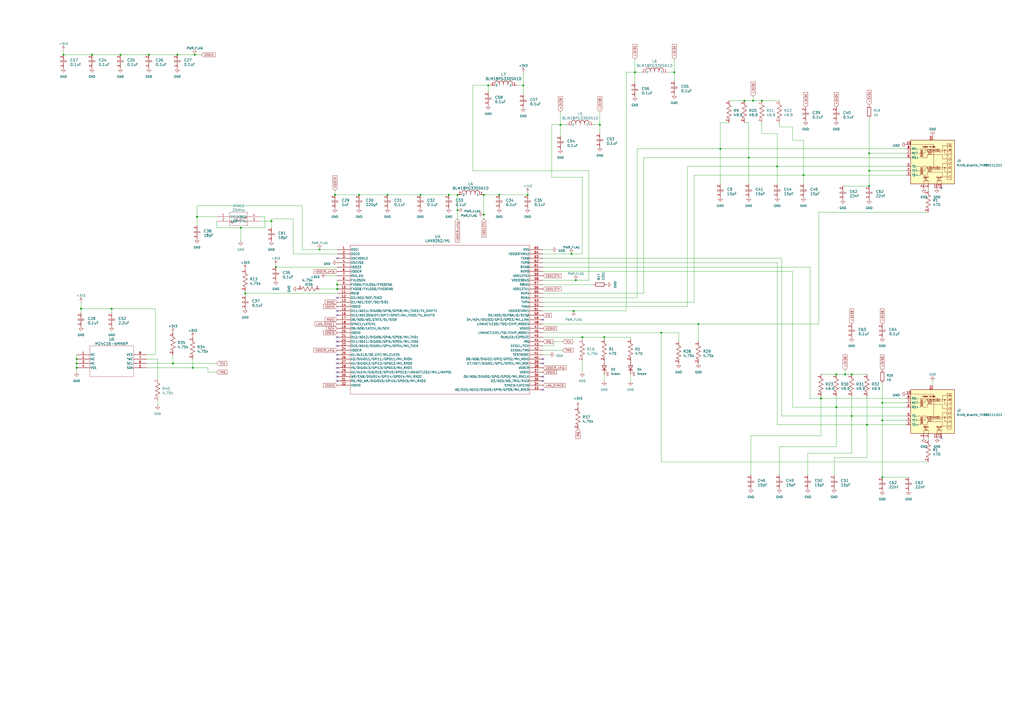
<source format=kicad_sch>
(kicad_sch (version 20230121) (generator eeschema)
  (paper "A2")
  (junction (at 303.53 49.53))
  (junction (at 46.99 179.07))
  (junction (at 44.45 213.36))
  (junction (at 208.28 113.03))
  (junction (at 383.54 193.04))
  (junction (at 504.19 107.95))
  (junction (at 436.88 58.42))
  (junction (at 44.45 210.82))
  (junction (at 332.74 180.34))
  (junction (at 265.43 121.92))
  (junction (at 194.31 113.03))
  (junction (at 224.79 113.03))
  (junction (at 476.25 231.14))
  (junction (at 139.7 132.08))
  (junction (at 450.85 96.52))
  (junction (at 334.01 162.56))
  (junction (at 265.43 113.03))
  (junction (at 466.09 101.6))
  (junction (at 86.36 31.75))
  (junction (at 195.58 167.64))
  (junction (at 494.03 217.17))
  (junction (at 511.81 243.84))
  (junction (at 114.3 125.73))
  (junction (at 504.19 88.9))
  (junction (at 260.35 113.03))
  (junction (at 195.58 165.1))
  (junction (at 337.82 195.58))
  (junction (at 504.19 99.06))
  (junction (at 368.3 41.91))
  (junction (at 511.81 233.68))
  (junction (at 53.34 31.75))
  (junction (at 44.45 208.28))
  (junction (at 331.47 147.32))
  (junction (at 160.02 154.94))
  (junction (at 494.03 241.3))
  (junction (at 405.13 187.96))
  (junction (at 280.67 113.03))
  (junction (at 243.84 113.03))
  (junction (at 434.34 91.44))
  (junction (at 391.16 41.91))
  (junction (at 511.81 276.86))
  (junction (at 289.56 113.03))
  (junction (at 102.87 31.75))
  (junction (at 306.07 113.03))
  (junction (at 69.85 31.75))
  (junction (at 142.24 170.18))
  (junction (at 157.48 128.27))
  (junction (at 36.83 31.75))
  (junction (at 325.12 72.39))
  (junction (at 485.14 236.22))
  (junction (at 283.21 49.53))
  (junction (at 347.98 72.39))
  (junction (at 490.22 217.17))
  (junction (at 485.14 217.17))
  (junction (at 64.77 179.07))
  (junction (at 111.76 213.36))
  (junction (at 100.33 210.82))
  (junction (at 431.8 58.42))
  (junction (at 350.52 195.58))
  (junction (at 441.96 58.42))
  (junction (at 113.03 31.75))
  (junction (at 280.67 124.46))
  (junction (at 417.83 86.36))
  (junction (at 185.42 144.78))
  (junction (at 502.92 246.38))
  (no_connect (at 195.58 220.98))
  (no_connect (at 546.1 254))
  (no_connect (at 195.58 208.28))
  (no_connect (at 195.58 210.82))
  (no_connect (at 195.58 180.34))
  (no_connect (at 195.58 195.58))
  (no_connect (at 314.96 208.28))
  (no_connect (at 195.58 182.88))
  (no_connect (at 195.58 172.72))
  (no_connect (at 195.58 200.66))
  (no_connect (at 195.58 215.9))
  (no_connect (at 195.58 198.12))
  (no_connect (at 314.96 218.44))
  (no_connect (at 195.58 213.36))
  (no_connect (at 195.58 205.74))
  (no_connect (at 314.96 220.98))
  (no_connect (at 314.96 210.82))
  (no_connect (at 195.58 149.86))
  (no_connect (at 314.96 185.42))
  (no_connect (at 546.1 109.22))
  (no_connect (at 314.96 226.06))
  (no_connect (at 195.58 218.44))
  (wire (pts (xy 363.22 41.91) (xy 368.3 41.91)))
  (wire (pts (xy 511.81 243.84) (xy 511.81 276.86)))
  (wire (pts (xy 142.24 168.91) (xy 142.24 170.18)))
  (wire (pts (xy 299.72 49.53) (xy 303.53 49.53)))
  (wire (pts (xy 347.98 64.77) (xy 347.98 72.39)))
  (wire (pts (xy 525.78 88.9) (xy 504.19 88.9)))
  (wire (pts (xy 476.25 252.73) (xy 476.25 231.14)))
  (wire (pts (xy 504.19 68.58) (xy 504.19 88.9)))
  (wire (pts (xy 474.98 123.19) (xy 538.48 123.19)))
  (wire (pts (xy 476.25 217.17) (xy 485.14 217.17)))
  (wire (pts (xy 398.78 96.52) (xy 398.78 177.8)))
  (wire (pts (xy 337.82 147.32) (xy 331.47 147.32)))
  (wire (pts (xy 441.96 77.47) (xy 450.85 77.47)))
  (wire (pts (xy 450.85 96.52) (xy 398.78 96.52)))
  (wire (pts (xy 436.88 58.42) (xy 441.96 58.42)))
  (wire (pts (xy 321.31 198.12) (xy 326.39 198.12)))
  (wire (pts (xy 314.96 195.58) (xy 337.82 195.58)))
  (wire (pts (xy 363.22 180.34) (xy 332.74 180.34)))
  (wire (pts (xy 153.67 125.73) (xy 153.67 132.08)))
  (wire (pts (xy 283.21 53.34) (xy 283.21 49.53)))
  (wire (pts (xy 111.76 213.36) (xy 111.76 208.28)))
  (wire (pts (xy 450.85 96.52) (xy 450.85 106.68)))
  (wire (pts (xy 320.04 72.39) (xy 320.04 102.87)))
  (wire (pts (xy 485.14 217.17) (xy 490.22 217.17)))
  (wire (pts (xy 337.82 195.58) (xy 337.82 196.85)))
  (wire (pts (xy 494.03 229.87) (xy 494.03 241.3)))
  (wire (pts (xy 113.03 31.75) (xy 116.84 31.75)))
  (wire (pts (xy 314.96 154.94) (xy 469.9 154.94)))
  (wire (pts (xy 91.44 234.95) (xy 91.44 232.41)))
  (wire (pts (xy 194.31 110.49) (xy 194.31 113.03)))
  (wire (pts (xy 538.48 109.22) (xy 538.48 110.49)))
  (wire (pts (xy 151.13 128.27) (xy 157.48 128.27)))
  (wire (pts (xy 450.85 246.38) (xy 502.92 246.38)))
  (wire (pts (xy 318.77 205.74) (xy 314.96 205.74)))
  (wire (pts (xy 170.18 127) (xy 170.18 147.32)))
  (wire (pts (xy 511.81 276.86) (xy 527.05 276.86)))
  (wire (pts (xy 86.36 31.75) (xy 102.87 31.75)))
  (wire (pts (xy 347.98 72.39) (xy 347.98 77.47)))
  (wire (pts (xy 314.96 187.96) (xy 405.13 187.96)))
  (wire (pts (xy 453.39 149.86) (xy 453.39 241.3)))
  (wire (pts (xy 541.02 220.98) (xy 541.02 223.52)))
  (wire (pts (xy 314.96 193.04) (xy 383.54 193.04)))
  (wire (pts (xy 393.7 198.12) (xy 393.7 193.04)))
  (wire (pts (xy 435.61 275.59) (xy 435.61 252.73)))
  (wire (pts (xy 125.73 215.9) (xy 120.65 215.9)))
  (wire (pts (xy 469.9 154.94) (xy 469.9 231.14)))
  (wire (pts (xy 441.96 58.42) (xy 452.12 58.42)))
  (wire (pts (xy 485.14 236.22) (xy 525.78 236.22)))
  (wire (pts (xy 280.67 113.03) (xy 289.56 113.03)))
  (wire (pts (xy 320.04 72.39) (xy 325.12 72.39)))
  (wire (pts (xy 417.83 71.12) (xy 417.83 86.36)))
  (wire (pts (xy 85.09 213.36) (xy 111.76 213.36)))
  (wire (pts (xy 280.67 127) (xy 280.67 124.46)))
  (wire (pts (xy 502.92 265.43) (xy 502.92 246.38)))
  (wire (pts (xy 494.03 262.89) (xy 494.03 241.3)))
  (wire (pts (xy 405.13 187.96) (xy 474.98 187.96)))
  (wire (pts (xy 453.39 241.3) (xy 494.03 241.3)))
  (wire (pts (xy 450.85 152.4) (xy 450.85 246.38)))
  (wire (pts (xy 175.26 144.78) (xy 185.42 144.78)))
  (wire (pts (xy 265.43 113.03) (xy 265.43 121.92)))
  (wire (pts (xy 306.07 111.76) (xy 306.07 113.03)))
  (wire (pts (xy 114.3 125.73) (xy 125.73 125.73)))
  (wire (pts (xy 459.74 157.48) (xy 459.74 236.22)))
  (wire (pts (xy 314.96 149.86) (xy 453.39 149.86)))
  (wire (pts (xy 417.83 86.36) (xy 417.83 106.68)))
  (wire (pts (xy 538.48 254) (xy 538.48 255.27)))
  (wire (pts (xy 114.3 119.38) (xy 114.3 125.73)))
  (wire (pts (xy 341.63 162.56) (xy 334.01 162.56)))
  (wire (pts (xy 387.35 41.91) (xy 391.16 41.91)))
  (wire (pts (xy 139.7 139.7) (xy 139.7 132.08)))
  (wire (pts (xy 363.22 41.91) (xy 363.22 180.34)))
  (wire (pts (xy 332.74 180.34) (xy 314.96 180.34)))
  (wire (pts (xy 450.85 77.47) (xy 450.85 96.52)))
  (wire (pts (xy 525.78 96.52) (xy 450.85 96.52)))
  (wire (pts (xy 44.45 215.9) (xy 44.45 213.36)))
  (wire (pts (xy 466.09 81.28) (xy 466.09 101.6)))
  (wire (pts (xy 36.83 31.75) (xy 53.34 31.75)))
  (wire (pts (xy 466.09 101.6) (xy 466.09 106.68)))
  (wire (pts (xy 142.24 170.18) (xy 142.24 171.45)))
  (wire (pts (xy 405.13 198.12) (xy 405.13 187.96)))
  (wire (pts (xy 91.44 219.71) (xy 91.44 208.28)))
  (wire (pts (xy 452.12 73.66) (xy 459.74 73.66)))
  (wire (pts (xy 417.83 86.36) (xy 525.78 86.36)))
  (wire (pts (xy 459.74 236.22) (xy 485.14 236.22)))
  (wire (pts (xy 194.31 113.03) (xy 208.28 113.03)))
  (wire (pts (xy 365.76 220.98) (xy 365.76 217.17)))
  (wire (pts (xy 175.26 119.38) (xy 175.26 144.78)))
  (wire (pts (xy 350.52 195.58) (xy 337.82 195.58)))
  (wire (pts (xy 383.54 193.04) (xy 393.7 193.04)))
  (wire (pts (xy 483.87 265.43) (xy 502.92 265.43)))
  (wire (pts (xy 91.44 208.28) (xy 85.09 208.28)))
  (wire (pts (xy 434.34 71.12) (xy 434.34 91.44)))
  (wire (pts (xy 185.42 144.78) (xy 195.58 144.78)))
  (wire (pts (xy 325.12 72.39) (xy 325.12 78.74)))
  (wire (pts (xy 185.42 167.64) (xy 195.58 167.64)))
  (wire (pts (xy 369.57 172.72) (xy 369.57 86.36)))
  (wire (pts (xy 350.52 220.98) (xy 350.52 217.17)))
  (wire (pts (xy 265.43 121.92) (xy 265.43 127)))
  (wire (pts (xy 452.12 275.59) (xy 452.12 259.08)))
  (wire (pts (xy 402.59 175.26) (xy 402.59 101.6)))
  (wire (pts (xy 114.3 119.38) (xy 175.26 119.38)))
  (wire (pts (xy 274.32 49.53) (xy 274.32 99.06)))
  (wire (pts (xy 314.96 152.4) (xy 450.85 152.4)))
  (wire (pts (xy 369.57 86.36) (xy 417.83 86.36)))
  (wire (pts (xy 46.99 181.61) (xy 46.99 179.07)))
  (wire (pts (xy 44.45 210.82) (xy 44.45 213.36)))
  (wire (pts (xy 368.3 41.91) (xy 372.11 41.91)))
  (wire (pts (xy 325.12 64.77) (xy 325.12 72.39)))
  (wire (pts (xy 511.81 243.84) (xy 525.78 243.84)))
  (wire (pts (xy 502.92 229.87) (xy 502.92 246.38)))
  (wire (pts (xy 365.76 195.58) (xy 365.76 196.85)))
  (wire (pts (xy 151.13 125.73) (xy 153.67 125.73)))
  (wire (pts (xy 224.79 113.03) (xy 243.84 113.03)))
  (wire (pts (xy 53.34 31.75) (xy 69.85 31.75)))
  (wire (pts (xy 100.33 210.82) (xy 85.09 210.82)))
  (wire (pts (xy 325.12 72.39) (xy 328.93 72.39)))
  (wire (pts (xy 100.33 205.74) (xy 100.33 210.82)))
  (wire (pts (xy 321.31 200.66) (xy 321.31 198.12)))
  (wire (pts (xy 320.04 102.87) (xy 337.82 102.87)))
  (wire (pts (xy 44.45 208.28) (xy 44.45 210.82)))
  (wire (pts (xy 44.45 205.74) (xy 44.45 208.28)))
  (wire (pts (xy 69.85 31.75) (xy 86.36 31.75)))
  (wire (pts (xy 468.63 275.59) (xy 468.63 262.89)))
  (wire (pts (xy 314.96 200.66) (xy 321.31 200.66)))
  (wire (pts (xy 64.77 181.61) (xy 64.77 179.07)))
  (wire (pts (xy 314.96 172.72) (xy 369.57 172.72)))
  (wire (pts (xy 157.48 127) (xy 157.48 128.27)))
  (wire (pts (xy 431.8 71.12) (xy 434.34 71.12)))
  (wire (pts (xy 90.17 179.07) (xy 90.17 205.74)))
  (wire (pts (xy 494.03 241.3) (xy 525.78 241.3)))
  (wire (pts (xy 274.32 49.53) (xy 283.21 49.53)))
  (wire (pts (xy 142.24 170.18) (xy 195.58 170.18)))
  (wire (pts (xy 289.56 113.03) (xy 306.07 113.03)))
  (wire (pts (xy 459.74 73.66) (xy 459.74 81.28)))
  (wire (pts (xy 504.19 99.06) (xy 504.19 107.95)))
  (wire (pts (xy 102.87 31.75) (xy 113.03 31.75)))
  (wire (pts (xy 373.38 91.44) (xy 434.34 91.44)))
  (wire (pts (xy 474.98 187.96) (xy 474.98 123.19)))
  (wire (pts (xy 120.65 213.36) (xy 111.76 213.36)))
  (wire (pts (xy 314.96 170.18) (xy 373.38 170.18)))
  (wire (pts (xy 337.82 215.9) (xy 337.82 209.55)))
  (wire (pts (xy 511.81 233.68) (xy 511.81 243.84)))
  (wire (pts (xy 435.61 252.73) (xy 476.25 252.73)))
  (wire (pts (xy 341.63 99.06) (xy 341.63 162.56)))
  (wire (pts (xy 64.77 179.07) (xy 46.99 179.07)))
  (wire (pts (xy 434.34 106.68) (xy 434.34 91.44)))
  (wire (pts (xy 350.52 195.58) (xy 365.76 195.58)))
  (wire (pts (xy 314.96 165.1) (xy 344.17 165.1)))
  (wire (pts (xy 511.81 222.25) (xy 511.81 233.68)))
  (wire (pts (xy 476.25 229.87) (xy 476.25 231.14)))
  (wire (pts (xy 441.96 71.12) (xy 441.96 77.47)))
  (wire (pts (xy 114.3 125.73) (xy 114.3 130.81)))
  (wire (pts (xy 391.16 41.91) (xy 391.16 46.99)))
  (wire (pts (xy 383.54 267.97) (xy 383.54 193.04)))
  (wire (pts (xy 368.3 34.29) (xy 368.3 41.91)))
  (wire (pts (xy 483.87 275.59) (xy 483.87 265.43)))
  (wire (pts (xy 344.17 72.39) (xy 347.98 72.39)))
  (wire (pts (xy 434.34 91.44) (xy 525.78 91.44)))
  (wire (pts (xy 90.17 205.74) (xy 85.09 205.74)))
  (wire (pts (xy 274.32 99.06) (xy 341.63 99.06)))
  (wire (pts (xy 314.96 203.2) (xy 326.39 203.2)))
  (wire (pts (xy 189.23 160.02) (xy 195.58 160.02)))
  (wire (pts (xy 160.02 153.67) (xy 160.02 154.94)))
  (wire (pts (xy 494.03 217.17) (xy 502.92 217.17)))
  (wire (pts (xy 469.9 231.14) (xy 476.25 231.14)))
  (wire (pts (xy 314.96 175.26) (xy 402.59 175.26)))
  (wire (pts (xy 368.3 41.91) (xy 368.3 48.26)))
  (wire (pts (xy 100.33 210.82) (xy 125.73 210.82)))
  (wire (pts (xy 452.12 259.08) (xy 485.14 259.08)))
  (wire (pts (xy 511.81 233.68) (xy 525.78 233.68)))
  (wire (pts (xy 436.88 55.88) (xy 436.88 58.42)))
  (wire (pts (xy 391.16 34.29) (xy 391.16 41.91)))
  (wire (pts (xy 195.58 165.1) (xy 195.58 167.64)))
  (wire (pts (xy 208.28 113.03) (xy 224.79 113.03)))
  (wire (pts (xy 373.38 170.18) (xy 373.38 91.44)))
  (wire (pts (xy 452.12 71.12) (xy 452.12 73.66)))
  (wire (pts (xy 120.65 215.9) (xy 120.65 213.36)))
  (wire (pts (xy 490.22 217.17) (xy 494.03 217.17)))
  (wire (pts (xy 314.96 157.48) (xy 459.74 157.48)))
  (wire (pts (xy 383.54 267.97) (xy 538.48 267.97)))
  (wire (pts (xy 157.48 128.27) (xy 157.48 132.08)))
  (wire (pts (xy 243.84 113.03) (xy 260.35 113.03)))
  (wire (pts (xy 139.7 132.08) (xy 125.73 132.08)))
  (wire (pts (xy 422.91 58.42) (xy 431.8 58.42)))
  (wire (pts (xy 417.83 71.12) (xy 422.91 71.12)))
  (wire (pts (xy 431.8 58.42) (xy 436.88 58.42)))
  (wire (pts (xy 320.04 144.78) (xy 314.96 144.78)))
  (wire (pts (xy 337.82 102.87) (xy 337.82 147.32)))
  (wire (pts (xy 485.14 229.87) (xy 485.14 236.22)))
  (wire (pts (xy 303.53 49.53) (xy 303.53 54.61)))
  (wire (pts (xy 468.63 262.89) (xy 494.03 262.89)))
  (wire (pts (xy 485.14 259.08) (xy 485.14 236.22)))
  (wire (pts (xy 260.35 113.03) (xy 265.43 113.03)))
  (wire (pts (xy 502.92 246.38) (xy 525.78 246.38)))
  (wire (pts (xy 195.58 162.56) (xy 195.58 165.1)))
  (wire (pts (xy 459.74 81.28) (xy 466.09 81.28)))
  (wire (pts (xy 280.67 124.46) (xy 280.67 113.03)))
  (wire (pts (xy 36.83 29.21) (xy 36.83 31.75)))
  (wire (pts (xy 160.02 154.94) (xy 195.58 154.94)))
  (wire (pts (xy 490.22 214.63) (xy 490.22 217.17)))
  (wire (pts (xy 488.95 107.95) (xy 504.19 107.95)))
  (wire (pts (xy 398.78 177.8) (xy 314.96 177.8)))
  (wire (pts (xy 157.48 127) (xy 170.18 127)))
  (wire (pts (xy 170.18 147.32) (xy 195.58 147.32)))
  (wire (pts (xy 139.7 132.08) (xy 153.67 132.08)))
  (wire (pts (xy 350.52 196.85) (xy 350.52 195.58)))
  (wire (pts (xy 402.59 101.6) (xy 466.09 101.6)))
  (wire (pts (xy 476.25 231.14) (xy 525.78 231.14)))
  (wire (pts (xy 46.99 179.07) (xy 46.99 175.26)))
  (wire (pts (xy 331.47 147.32) (xy 314.96 147.32)))
  (wire (pts (xy 525.78 99.06) (xy 504.19 99.06)))
  (wire (pts (xy 64.77 179.07) (xy 90.17 179.07)))
  (wire (pts (xy 334.01 162.56) (xy 314.96 162.56)))
  (wire (pts (xy 303.53 41.91) (xy 303.53 49.53)))
  (wire (pts (xy 466.09 101.6) (xy 525.78 101.6)))
  (wire (pts (xy 283.21 49.53) (xy 284.48 49.53)))
  (wire (pts (xy 125.73 132.08) (xy 125.73 128.27)))
  (wire (pts (xy 504.19 88.9) (xy 504.19 99.06)))
  (global_label "VDDIO" (shape input) (at 195.58 193.04 180) (property "Intersheetrefs" "${INTERSHEET_REFS}" (effects hide)))
  (global_label "+3V3A" (shape input) (at 504.19 60.96 90) (property "Intersheetrefs" "${INTERSHEET_REFS}" (effects hide)))
  (global_label "VDDCR_chip" (shape input) (at 314.96 213.36 0) (property "Intersheetrefs" "${INTERSHEET_REFS}" (effects hide)))
  (global_label "+3V3B" (shape input) (at 511.81 187.96 90) (property "Intersheetrefs" "${INTERSHEET_REFS}" (effects hide)))
  (global_label "LAN_SYNC0" (shape input) (at 314.96 223.52 0) (property "Intersheetrefs" "${INTERSHEET_REFS}" (effects hide)))
  (global_label "VDDIO" (shape input) (at 314.96 190.5 0) (property "Intersheetrefs" "${INTERSHEET_REFS}" (effects hide)))
  (global_label "VDDCR_chip" (shape input) (at 265.43 127 270) (property "Intersheetrefs" "${INTERSHEET_REFS}" (effects hide)))
  (global_label "VDDIO" (shape input) (at 116.84 31.75 0) (property "Intersheetrefs" "${INTERSHEET_REFS}" (effects hide)))
  (global_label "CS" (shape input) (at 314.96 182.88 0) (property "Intersheetrefs" "${INTERSHEET_REFS}" (effects hide)))
  (global_label "MOSI" (shape input) (at 195.58 185.42 180) (property "Intersheetrefs" "${INTERSHEET_REFS}" (effects hide)))
  (global_label "+3V3B" (shape input) (at 347.98 64.77 90) (property "Intersheetrefs" "${INTERSHEET_REFS}" (effects hide)))
  (global_label "+3V3B" (shape input) (at 494.03 187.96 90) (property "Intersheetrefs" "${INTERSHEET_REFS}" (effects hide)))
  (global_label "VDD12TX" (shape input) (at 280.67 127 270) (property "Intersheetrefs" "${INTERSHEET_REFS}" (effects hide)))
  (global_label "TCK" (shape input) (at 326.39 198.12 0) (property "Intersheetrefs" "${INTERSHEET_REFS}" (effects hide)))
  (global_label "VDD12TX" (shape input) (at 314.96 167.64 0) (property "Intersheetrefs" "${INTERSHEET_REFS}" (effects hide)))
  (global_label "+3V3A" (shape input) (at 391.16 34.29 90) (property "Intersheetrefs" "${INTERSHEET_REFS}" (effects hide)))
  (global_label "TMS" (shape input) (at 125.73 215.9 0) (property "Intersheetrefs" "${INTERSHEET_REFS}" (effects hide)))
  (global_label "+3V3B" (shape input) (at 490.22 214.63 90) (property "Intersheetrefs" "${INTERSHEET_REFS}" (effects hide)))
  (global_label "+3V3B" (shape input) (at 325.12 64.77 90) (property "Intersheetrefs" "${INTERSHEET_REFS}" (effects hide)))
  (global_label "VDDCR_chip" (shape input) (at 195.58 157.48 180) (property "Intersheetrefs" "${INTERSHEET_REFS}" (effects hide)))
  (global_label "MISO" (shape input) (at 195.58 175.26 180) (property "Intersheetrefs" "${INTERSHEET_REFS}" (effects hide)))
  (global_label "+3V3A" (shape input) (at 485.14 62.23 90) (property "Intersheetrefs" "${INTERSHEET_REFS}" (effects hide)))
  (global_label "+3V3A" (shape input) (at 436.88 55.88 90) (property "Intersheetrefs" "${INTERSHEET_REFS}" (effects hide)))
  (global_label "SCK" (shape input) (at 195.58 190.5 180) (property "Intersheetrefs" "${INTERSHEET_REFS}" (effects hide)))
  (global_label "+3V3B" (shape input) (at 511.81 214.63 90) (property "Intersheetrefs" "${INTERSHEET_REFS}" (effects hide)))
  (global_label "+3V3A" (shape input) (at 467.36 62.23 90) (property "Intersheetrefs" "${INTERSHEET_REFS}" (effects hide)))
  (global_label "TCK" (shape input) (at 125.73 210.82 0) (property "Intersheetrefs" "${INTERSHEET_REFS}" (effects hide)))
  (global_label "TMS" (shape input) (at 326.39 203.2 0) (property "Intersheetrefs" "${INTERSHEET_REFS}" (effects hide)))
  (global_label "VDDIO" (shape input) (at 195.58 177.8 180) (property "Intersheetrefs" "${INTERSHEET_REFS}" (effects hide)))
  (global_label "LAN_SYNC1" (shape input) (at 195.58 187.96 180) (property "Intersheetrefs" "${INTERSHEET_REFS}" (effects hide)))
  (global_label "VDD12TX" (shape input) (at 314.96 160.02 0) (property "Intersheetrefs" "${INTERSHEET_REFS}" (effects hide)))
  (global_label "IRQ" (shape input) (at 335.28 248.92 270) (property "Intersheetrefs" "${INTERSHEET_REFS}" (effects hide)))
  (global_label "VDDIO" (shape input) (at 314.96 215.9 0) (property "Intersheetrefs" "${INTERSHEET_REFS}" (effects hide)))
  (global_label "VDDIO" (shape input) (at 195.58 223.52 180) (property "Intersheetrefs" "${INTERSHEET_REFS}" (effects hide)))
  (global_label "+3V3A" (shape input) (at 368.3 34.29 90) (property "Intersheetrefs" "${INTERSHEET_REFS}" (effects hide)))
  (global_label "IRQ" (shape input) (at 314.96 198.12 0) (property "Intersheetrefs" "${INTERSHEET_REFS}" (effects hide)))
  (global_label "VDDCR" (shape input) (at 194.31 110.49 90) (property "Intersheetrefs" "${INTERSHEET_REFS}" (effects hide)))
  (global_label "VDDCR_chip" (shape input) (at 195.58 203.2 180) (property "Intersheetrefs" "${INTERSHEET_REFS}" (effects hide)))
  (symbol (lib_name "GRM155R71H104KE14J_1") (lib_id "GRM155R71H104KE14J:GRM155R71H104KE14J") (at 36.83 39.37 90) (unit 1)
    (property "Reference" "C17" (at 40.64 34.925 90) (effects (font (size 1.524 1.524)) (justify right)))
    (property "Value" "0.1uF" (at 40.64 37.465 90) (effects (font (size 1.524 1.524)) (justify right)))
    (property "Footprint" "GRM155R71H104KE14J:CAP_GRM155R71H104KE14J_MUR" (effects hide))
    (property "Datasheet" "GRM155R71H104KE14J" (effects hide))
  )
  (symbol (lib_id "Samsung 2.2uF:CL31B225KBHNNNE") (at 64.77 189.23 90) (unit 1)
    (property "Reference" "C52" (at 68.58 184.785 90) (effects (font (size 1.524 1.524)) (justify right)))
    (property "Value" "2.2uF" (at 68.58 187.325 90) (effects (font (size 1.524 1.524)) (justify right)))
    (property "Footprint" "Samsung 2.2uF:CAP_CL31_SAM" (effects hide))
    (property "Datasheet" "CL31B225KBHNNNE" (effects hide))
    (instances (project "FIU" (path "" (reference "C52") (unit 1)) (path "" (reference "C23") (unit 1))))
  )
  (symbol (lib_id "Panasonic 4.75kOhm:ERJ-2RKF4751X") (at 335.28 248.92 90) (unit 1)
    (property "Reference" "R37" (at 337.82 241.935 90) (effects (font (size 1.524 1.524)) (justify right)))
    (property "Value" "4.75k" (at 337.82 244.475 90) (effects (font (size 1.524 1.524)) (justify right)))
    (property "Footprint" "Panasonic 4.75kOhm:RC0402N_PAN-L" (effects hide))
    (property "Datasheet" "ERJ-2RKF4751X" (effects hide))
  )
  (symbol (lib_id "power:+3V3") (at 189.23 160.02 90) (unit 1)
    (property "Reference" "#PWR059" (effects hide))
    (property "Value" "+3V3" (at 185.42 160.655 90) (effects (justify left)))
  )
  (symbol (lib_id "power:GND") (at 224.79 120.65 0) (unit 1)
    (property "Reference" "#PWR054" (effects hide))
    (property "Value" "GND" (at 224.79 125.73 0))
  )
  (symbol (lib_id "power:GND") (at 157.48 139.7 0) (unit 1)
    (property "Reference" "#PWR017" (effects hide))
    (property "Value" "GND" (at 157.48 144.78 0))
    (instances (project "FIU" (path "" (reference "#PWR017") (unit 1)) (path "" (reference "#PWR069") (unit 1))))
  )
  (symbol (lib_id "power:GND") (at 483.87 283.21 0) (unit 1)
    (property "Reference" "#PWR095" (effects hide))
    (property "Value" "GND" (at 483.87 288.29 0))
  )
  (symbol (lib_id "power:GND") (at 468.63 283.21 0) (unit 1)
    (property "Reference" "#PWR094" (effects hide))
    (property "Value" "GND" (at 468.63 288.29 0))
  )
  (symbol (lib_id "Panasonic 4.75kOhm:ERJ-2RKF4751X") (at 405.13 210.82 90) (unit 1)
    (property "Reference" "R29" (at 407.67 203.835 90) (effects (font (size 1.524 1.524)) (justify right)))
    (property "Value" "4.75k" (at 407.67 206.375 90) (effects (font (size 1.524 1.524)) (justify right)))
    (property "Footprint" "Panasonic 4.75kOhm:RC0402N_PAN-L" (effects hide))
    (property "Datasheet" "ERJ-2RKF4751X" (effects hide))
  )
  (symbol (lib_id "power:GND") (at 511.81 195.58 0) (unit 1)
    (property "Reference" "#PWR0121" (effects hide))
    (property "Value" "GND" (at 511.81 200.66 0))
  )
  (symbol (lib_name "GRM155R71H104KE14J_1") (lib_id "GRM155R71H104KE14J:GRM155R71H104KE14J") (at 368.3 55.88 90) (unit 1)
    (property "Reference" "C56" (at 372.11 51.435 90) (effects (font (size 1.524 1.524)) (justify right)))
    (property "Value" "0.1uF" (at 372.11 53.975 90) (effects (font (size 1.524 1.524)) (justify right)))
    (property "Footprint" "GRM155R71H104KE14J:CAP_GRM155R71H104KE14J_MUR" (effects hide))
    (property "Datasheet" "GRM155R71H104KE14J" (effects hide))
  )
  (symbol (lib_id "power:GND") (at 541.02 78.74 180) (unit 1)
    (property "Reference" "#PWR072" (effects hide))
    (property "Value" "GND" (at 541.02 74.93 0))
  )
  (symbol (lib_id "Panasonic 4.75kOhm:ERJ-2RKF4751X") (at 393.7 210.82 90) (unit 1)
    (property "Reference" "R28" (at 396.24 203.835 90) (effects (font (size 1.524 1.524)) (justify right)))
    (property "Value" "4.75k" (at 396.24 206.375 90) (effects (font (size 1.524 1.524)) (justify right)))
    (property "Footprint" "Panasonic 4.75kOhm:RC0402N_PAN-L" (effects hide))
    (property "Datasheet" "ERJ-2RKF4751X" (effects hide))
  )
  (symbol (lib_id "Murata 15pF:GRM0335C1H150JA01D") (at 450.85 114.3 90) (unit 1)
    (property "Reference" "C44" (at 454.66 109.855 90) (effects (font (size 1.524 1.524)) (justify right)))
    (property "Value" "15pF" (at 454.66 112.395 90) (effects (font (size 1.524 1.524)) (justify right)))
    (property "Footprint" "Murata 15pF:G-033_MUR" (effects hide))
    (property "Datasheet" "GRM0335C1H150JA01D" (effects hide))
  )
  (symbol (lib_id "Murata 15pF:GRM0335C1H150JA01D") (at 417.83 114.3 90) (unit 1)
    (property "Reference" "C9" (at 421.64 109.855 90) (effects (font (size 1.524 1.524)) (justify right)))
    (property "Value" "15pF" (at 421.64 112.395 90) (effects (font (size 1.524 1.524)) (justify right)))
    (property "Footprint" "Murata 15pF:G-033_MUR" (effects hide))
    (property "Datasheet" "GRM0335C1H150JA01D" (effects hide))
  )
  (symbol (lib_id "power:GND") (at 347.98 85.09 0) (unit 1)
    (property "Reference" "#PWR096" (effects hide))
    (property "Value" "GND" (at 347.98 90.17 0))
  )
  (symbol (lib_id "power:PWR_FLAG") (at 185.42 144.78 0) (unit 1)
    (property "Reference" "#FLG015" (effects hide))
    (property "Value" "PWR_FLAG" (at 185.42 140.97 0))
  )
  (symbol (lib_id "BLM18PG330SN1D:BLM18PG330SN1D") (at 372.11 41.91 0) (unit 1)
    (property "Reference" "L6" (at 379.73 35.56 0) (effects (font (size 1.524 1.524))))
    (property "Value" "BLM18PG330SN1D" (at 379.73 38.1 0) (effects (font (size 1.524 1.524))))
    (property "Footprint" "IND_BLM18_0603_MUR':IND_BLM18_0603_MUR" (effects hide))
    (property "Datasheet" "BLM18PG330SN1D" (effects hide))
  )
  (symbol (lib_id "power:GND") (at 86.36 39.37 0) (unit 1)
    (property "Reference" "#PWR048" (effects hide))
    (property "Value" "GND" (at 86.36 44.45 0))
  )
  (symbol (lib_id "power:GND") (at 365.76 220.98 0) (unit 1)
    (property "Reference" "#PWR042" (effects hide))
    (property "Value" "GND" (at 365.76 226.06 0))
    (instances (project "FIU" (path "" (reference "#PWR042") (unit 1)) (path "" (reference "#PWR065") (unit 1))))
  )
  (symbol (lib_id "power:PWR_FLAG") (at 332.74 180.34 180) (unit 1)
    (property "Reference" "#FLG07" (effects hide))
    (property "Value" "PWR_FLAG" (at 332.74 185.42 0))
  )
  (symbol (lib_name "GRM155R71H104KE14J_1") (lib_id "GRM155R71H104KE14J:GRM155R71H104KE14J") (at 160.02 162.56 90) (unit 1)
    (property "Reference" "C36" (at 163.83 158.115 90) (effects (font (size 1.524 1.524)) (justify right)))
    (property "Value" "0.1uF" (at 163.83 160.655 90) (effects (font (size 1.524 1.524)) (justify right)))
    (property "Footprint" "GRM155R71H104KE14J:CAP_GRM155R71H104KE14J_MUR" (effects hide))
    (property "Datasheet" "GRM155R71H104KE14J" (effects hide))
  )
  (symbol (lib_id "Device:LED") (at 350.52 213.36 90) (unit 1)
    (property "Reference" "D3" (at 354.33 214.3125 90) (effects (justify right)))
    (property "Value" "Green" (at 354.33 216.8525 90) (effects (justify right)))
    (property "Footprint" "LED_SMD:LED_0603_1608Metric_Pad1.05x0.95mm_HandSolder" (effects hide))
    (instances (project "FIU" (path "" (reference "D3") (unit 1)) (path "" (reference "D5") (unit 1))))
  )
  (symbol (lib_id "power:GND") (at 466.09 114.3 0) (unit 1)
    (property "Reference" "#PWR085" (effects hide))
    (property "Value" "GND" (at 466.09 119.38 0))
  )
  (symbol (lib_name "GRM155R71H104KE14J_1") (lib_id "GRM155R71H104KE14J:GRM155R71H104KE14J") (at 467.36 69.85 90) (unit 1)
    (property "Reference" "C39" (at 471.17 65.405 90) (effects (font (size 1.524 1.524)) (justify right)))
    (property "Value" "0.1uF" (at 471.17 67.945 90) (effects (font (size 1.524 1.524)) (justify right)))
    (property "Footprint" "GRM155R71H104KE14J:CAP_GRM155R71H104KE14J_MUR" (effects hide))
    (property "Datasheet" "GRM155R71H104KE14J" (effects hide))
  )
  (symbol (lib_id "power:GND") (at 527.05 284.48 0) (unit 1)
    (property "Reference" "#PWR089" (effects hide))
    (property "Value" "GND" (at 527.05 289.56 0))
  )
  (symbol (lib_name "GRM155R71H104KE14J_1") (lib_id "GRM155R71H104KE14J:GRM155R71H104KE14J") (at 306.07 120.65 90) (unit 1)
    (property "Reference" "C35" (at 309.88 116.205 90) (effects (font (size 1.524 1.524)) (justify right)))
    (property "Value" "0.1uF" (at 309.88 118.745 90) (effects (font (size 1.524 1.524)) (justify right)))
    (property "Footprint" "GRM155R71H104KE14J:CAP_GRM155R71H104KE14J_MUR" (effects hide))
    (property "Datasheet" "GRM155R71H104KE14J" (effects hide))
  )
  (symbol (lib_id "Murata 15pF:GRM0335C1H150JA01D") (at 435.61 283.21 90) (unit 1)
    (property "Reference" "C46" (at 439.42 278.765 90) (effects (font (size 1.524 1.524)) (justify right)))
    (property "Value" "15pF" (at 439.42 281.305 90) (effects (font (size 1.524 1.524)) (justify right)))
    (property "Footprint" "Murata 15pF:G-033_MUR" (effects hide))
    (property "Datasheet" "GRM0335C1H150JA01D" (effects hide))
  )
  (symbol (lib_id "power:PWR_FLAG") (at 280.67 124.46 90) (unit 1)
    (property "Reference" "#FLG06" (effects hide))
    (property "Value" "PWR_FLAG" (at 276.86 125.095 90) (effects (justify left)))
  )
  (symbol (lib_name "GRM155R71H104KE14J_1") (lib_id "GRM155R71H104KE14J:GRM155R71H104KE14J") (at 86.36 39.37 90) (unit 1)
    (property "Reference" "C26" (at 90.17 34.925 90) (effects (font (size 1.524 1.524)) (justify right)))
    (property "Value" "0.1uF" (at 90.17 37.465 90) (effects (font (size 1.524 1.524)) (justify right)))
    (property "Footprint" "GRM155R71H104KE14J:CAP_GRM155R71H104KE14J_MUR" (effects hide))
    (property "Datasheet" "GRM155R71H104KE14J" (effects hide))
  )
  (symbol (lib_id "power:GND") (at 393.7 210.82 0) (unit 1)
    (property "Reference" "#PWR042" (effects hide))
    (property "Value" "GND" (at 393.7 215.9 0))
    (instances (project "FIU" (path "" (reference "#PWR042") (unit 1)) (path "" (reference "#PWR090") (unit 1))))
  )
  (symbol (lib_id "power:+3V3") (at 46.99 175.26 0) (unit 1)
    (property "Reference" "#PWR0105" (effects hide))
    (property "Value" "+3V3" (at 46.99 171.45 0))
  )
  (symbol (lib_id "power:GND") (at 525.78 228.6 270) (unit 1)
    (property "Reference" "#PWR074" (effects hide))
    (property "Value" "GND" (at 521.97 229.235 90) (effects (justify right)))
  )
  (symbol (lib_id "power:+3V3") (at 100.33 193.04 0) (unit 1)
    (property "Reference" "#PWR0108" (effects hide))
    (property "Value" "+3V3" (at 100.33 189.23 0))
  )
  (symbol (lib_id "power:GND") (at 435.61 283.21 0) (unit 1)
    (property "Reference" "#PWR092" (effects hide))
    (property "Value" "GND" (at 435.61 288.29 0))
  )
  (symbol (lib_id "power:GND") (at 69.85 39.37 0) (unit 1)
    (property "Reference" "#PWR047" (effects hide))
    (property "Value" "GND" (at 69.85 44.45 0))
  )
  (symbol (lib_id "power:+3V3") (at 36.83 29.21 0) (unit 1)
    (property "Reference" "#PWR050" (effects hide))
    (property "Value" "+3V3" (at 36.83 25.4 0))
  )
  (symbol (lib_id "power:+3V3") (at 160.02 153.67 0) (unit 1)
    (property "Reference" "#PWR061" (effects hide))
    (property "Value" "+3V3" (at 160.02 149.86 0))
  )
  (symbol (lib_id "power:+3V3") (at 335.28 236.22 0) (unit 1)
    (property "Reference" "#PWR0112" (effects hide))
    (property "Value" "+3V3" (at 335.28 231.14 0))
  )
  (symbol (lib_id "power:GND") (at 391.16 54.61 0) (unit 1)
    (property "Reference" "#PWR099" (effects hide))
    (property "Value" "GND" (at 391.16 59.69 0))
  )
  (symbol (lib_name "GRM155R71H104KE14J_1") (lib_id "GRM155R71H104KE14J:GRM155R71H104KE14J") (at 224.79 120.65 90) (unit 1)
    (property "Reference" "C31" (at 228.6 116.205 90) (effects (font (size 1.524 1.524)) (justify right)))
    (property "Value" "0.1uF" (at 228.6 118.745 90) (effects (font (size 1.524 1.524)) (justify right)))
    (property "Footprint" "GRM155R71H104KE14J:CAP_GRM155R71H104KE14J_MUR" (effects hide))
    (property "Datasheet" "GRM155R71H104KE14J" (effects hide))
  )
  (symbol (lib_id "Murata 18pF:GRM0335C1H180JA01D") (at 114.3 138.43 90) (unit 1)
    (property "Reference" "C38" (at 118.11 133.985 90) (effects (font (size 1.524 1.524)) (justify right)))
    (property "Value" "18pF" (at 118.11 136.525 90) (effects (font (size 1.524 1.524)) (justify right)))
    (property "Footprint" "Murata 15pF:G-033_MUR" (effects hide))
    (property "Datasheet" "GRM0335C1H180JA01D" (effects hide))
  )
  (symbol (lib_id "BLM18PG330SN1D:BLM18PG330SN1D") (at 328.93 72.39 0) (unit 1)
    (property "Reference" "L5" (at 336.55 66.04 0) (effects (font (size 1.524 1.524))))
    (property "Value" "BLM18PG330SN1D" (at 336.55 68.58 0) (effects (font (size 1.524 1.524))))
    (property "Footprint" "IND_BLM18_0603_MUR':IND_BLM18_0603_MUR" (effects hide))
    (property "Datasheet" "BLM18PG330SN1D" (effects hide))
  )
  (symbol (lib_id "power:GND") (at 142.24 179.07 0) (unit 1)
    (property "Reference" "#PWR062" (effects hide))
    (property "Value" "GND" (at 142.24 184.15 0))
  )
  (symbol (lib_id "power:GND") (at 320.04 144.78 90) (unit 1)
    (property "Reference" "#PWR071" (effects hide))
    (property "Value" "GND" (at 323.85 145.415 90) (effects (justify right)))
  )
  (symbol (lib_id "M24C16:M24C16-WMN6P") (at 44.45 205.74 0) (unit 1)
    (property "Reference" "U5" (at 64.77 196.85 0) (effects (font (size 1.524 1.524))))
    (property "Value" "M24C16-WMN6P" (at 64.77 199.39 0) (effects (font (size 1.524 1.524))))
    (property "Footprint" "SO8N_4X5X1P27_STM:SO8N_4X5X1P27_STM" (effects hide))
    (property "Datasheet" "M24C16-WMN6P" (effects hide))
  )
  (symbol (lib_name "GRM155R71H104KE14J_1") (lib_id "GRM155R71H104KE14J:GRM155R71H104KE14J") (at 53.34 39.37 90) (unit 1)
    (property "Reference" "C24" (at 57.15 34.925 90) (effects (font (size 1.524 1.524)) (justify right)))
    (property "Value" "0.1uF" (at 57.15 37.465 90) (effects (font (size 1.524 1.524)) (justify right)))
    (property "Footprint" "GRM155R71H104KE14J:CAP_GRM155R71H104KE14J_MUR" (effects hide))
    (property "Datasheet" "GRM155R71H104KE14J" (effects hide))
  )
  (symbol (lib_id "power:GND") (at 91.44 234.95 0) (unit 1)
    (property "Reference" "#PWR041" (effects hide))
    (property "Value" "GND" (at 91.44 240.03 0))
    (instances (project "FIU" (path "" (reference "#PWR041") (unit 1)) (path "" (reference "#PWR0104") (unit 1))))
  )
  (symbol (lib_id "power:GND") (at 337.82 215.9 0) (unit 1)
    (property "Reference" "#PWR041" (effects hide))
    (property "Value" "GND" (at 337.82 220.98 0))
    (instances (project "FIU" (path "" (reference "#PWR041") (unit 1)) (path "" (reference "#PWR066") (unit 1))))
  )
  (symbol (lib_id "power:GND") (at 467.36 69.85 0) (unit 1)
    (property "Reference" "#PWR076" (effects hide))
    (property "Value" "GND" (at 467.36 74.93 0))
  )
  (symbol (lib_id "power:+3V3") (at 142.24 156.21 0) (unit 1)
    (property "Reference" "#PWR063" (effects hide))
    (property "Value" "+3V3" (at 142.24 152.4 0))
  )
  (symbol (lib_id "power:GND") (at 306.07 120.65 0) (unit 1)
    (property "Reference" "#PWR057" (effects hide))
    (property "Value" "GND" (at 306.07 125.73 0))
  )
  (symbol (lib_id "power:GND") (at 450.85 114.3 0) (unit 1)
    (property "Reference" "#PWR084" (effects hide))
    (property "Value" "GND" (at 450.85 119.38 0))
  )
  (symbol (lib_id "Panasonic 49.9Ohm:ERJ-2RKF49R9X") (at 422.91 71.12 90) (unit 1)
    (property "Reference" "R9" (at 425.45 64.135 90) (effects (font (size 1.524 1.524)) (justify right)))
    (property "Value" "49.9" (at 425.45 66.675 90) (effects (font (size 1.524 1.524)) (justify right)))
    (property "Footprint" "Panasonic 49.9Ohm:RC0402N_PAN-L" (effects hide))
    (property "Datasheet" "ERJ-2RKF49R9X" (effects hide))
  )
  (symbol (lib_name "GRM155R71H104KE14J_1") (lib_id "GRM155R71H104KE14J:GRM155R71H104KE14J") (at 303.53 62.23 90) (unit 1)
    (property "Reference" "C57" (at 307.34 57.785 90) (effects (font (size 1.524 1.524)) (justify right)))
    (property "Value" "0.1uF" (at 307.34 60.325 90) (effects (font (size 1.524 1.524)) (justify right)))
    (property "Footprint" "GRM155R71H104KE14J:CAP_GRM155R71H104KE14J_MUR" (effects hide))
    (property "Datasheet" "GRM155R71H104KE14J" (effects hide))
  )
  (symbol (lib_id "BLM18PG330SN1D:BLM18PG330SN1D") (at 265.43 113.03 0) (unit 1)
    (property "Reference" "L4" (at 273.05 106.68 0) (effects (font (size 1.524 1.524))))
    (property "Value" "BLM18PG330SN1D" (at 273.05 109.22 0) (effects (font (size 1.524 1.524))))
    (property "Footprint" "IND_BLM18_0603_MUR':IND_BLM18_0603_MUR" (effects hide))
    (property "Datasheet" "BLM18PG330SN1D" (effects hide))
  )
  (symbol (lib_id "Connector:RJ45_Wuerth_74980111211") (at 541.02 238.76 180) (unit 1)
    (property "Reference" "J2" (at 554.99 238.125 0) (effects (justify right)))
    (property "Value" "RJ45_Wuerth_74980111211" (at 554.99 240.665 0) (effects (justify right)))
    (property "Footprint" "Connector_RJ:RJ45_Wuerth_74980111211_Horizontal" (effects hide))
    (property "Datasheet" "https://www.we-online.de/katalog/datasheet/74980111211.pdf" (effects hide))
  )
  (symbol (lib_id "power:PWR_FLAG") (at 334.01 162.56 0) (unit 1)
    (property "Reference" "#FLG08" (effects hide))
    (property "Value" "PWR_FLAG" (at 334.01 158.75 0))
  )
  (symbol (lib_name "GRM155R71H104KE14J_1") (lib_id "GRM155R71H104KE14J:GRM155R71H104KE14J") (at 283.21 60.96 90) (unit 1)
    (property "Reference" "C58" (at 287.02 56.515 90) (effects (font (size 1.524 1.524)) (justify right)))
    (property "Value" "0.1uF" (at 287.02 59.055 90) (effects (font (size 1.524 1.524)) (justify right)))
    (property "Footprint" "GRM155R71H104KE14J:CAP_GRM155R71H104KE14J_MUR" (effects hide))
    (property "Datasheet" "GRM155R71H104KE14J" (effects hide))
  )
  (symbol (lib_id "power:GND") (at 325.12 86.36 0) (unit 1)
    (property "Reference" "#PWR097" (effects hide))
    (property "Value" "GND" (at 325.12 91.44 0))
  )
  (symbol (lib_id "Murata 15pF:GRM0335C1H150JA01D") (at 452.12 283.21 90) (unit 1)
    (property "Reference" "C49" (at 455.93 278.765 90) (effects (font (size 1.524 1.524)) (justify right)))
    (property "Value" "15pF" (at 455.93 281.305 90) (effects (font (size 1.524 1.524)) (justify right)))
    (property "Footprint" "Murata 15pF:G-033_MUR" (effects hide))
    (property "Datasheet" "GRM0335C1H150JA01D" (effects hide))
  )
  (symbol (lib_id "power:GND") (at 525.78 83.82 270) (unit 1)
    (property "Reference" "#PWR075" (effects hide))
    (property "Value" "GND" (at 521.97 84.455 90) (effects (justify right)))
  )
  (symbol (lib_id "Panasonic 4.75kOhm:ERJ-2RKF4751X") (at 111.76 208.28 90) (unit 1)
    (property "Reference" "R34" (at 114.3 201.295 90) (effects (font (size 1.524 1.524)) (justify right)))
    (property "Value" "4.75k" (at 114.3 203.835 90) (effects (font (size 1.524 1.524)) (justify right)))
    (property "Footprint" "Panasonic 4.75kOhm:RC0402N_PAN-L" (effects hide))
    (property "Datasheet" "ERJ-2RKF4751X" (effects hide))
  )
  (symbol (lib_id "Panasonic 49.9Ohm:ERJ-2RKF49R9X") (at 441.96 71.12 90) (unit 1)
    (property "Reference" "R21" (at 444.5 64.135 90) (effects (font (size 1.524 1.524)) (justify right)))
    (property "Value" "49.9" (at 444.5 66.675 90) (effects (font (size 1.524 1.524)) (justify right)))
    (property "Footprint" "Panasonic 10kOhm:RC0402N_PAN-L" (effects hide))
    (property "Datasheet" "ERJ-2RKF49R9X" (effects hide))
  )
  (symbol (lib_id "power:GND") (at 44.45 215.9 0) (unit 1)
    (property "Reference" "#PWR0103" (effects hide))
    (property "Value" "GND" (at 44.45 220.98 0))
  )
  (symbol (lib_id "Murata 220pF:GCM1885C1H221JA16D") (at 208.28 120.65 90) (unit 1)
    (property "Reference" "C30" (at 212.09 116.205 90) (effects (font (size 1.524 1.524)) (justify right)))
    (property "Value" "220pF" (at 212.09 118.745 90) (effects (font (size 1.524 1.524)) (justify right)))
    (property "Footprint" "Murata 220pF:G-188_MUR" (effects hide))
    (property "Datasheet" "GCM1885C1H221JA16D" (effects hide))
  )
  (symbol (lib_id "Murata 18pF:GRM0335C1H180JA01D") (at 157.48 139.7 90) (unit 1)
    (property "Reference" "C61" (at 161.29 135.255 90) (effects (font (size 1.524 1.524)) (justify right)))
    (property "Value" "18pF" (at 161.29 137.795 90) (effects (font (size 1.524 1.524)) (justify right)))
    (property "Footprint" "Murata 15pF:G-033_MUR" (effects hide))
    (property "Datasheet" "GRM0335C1H180JA01D" (effects hide))
  )
  (symbol (lib_name "GRM155R71H104KE14J_1") (lib_id "GRM155R71H104KE14J:GRM155R71H104KE14J") (at 69.85 39.37 90) (unit 1)
    (property "Reference" "C25" (at 73.66 34.925 90) (effects (font (size 1.524 1.524)) (justify right)))
    (property "Value" "0.1uF" (at 73.66 37.465 90) (effects (font (size 1.524 1.524)) (justify right)))
    (property "Footprint" "GRM155R71H104KE14J:CAP_GRM155R71H104KE14J_MUR" (effects hide))
    (property "Datasheet" "GRM155R71H104KE14J" (effects hide))
  )
  (symbol (lib_id "power:GND") (at 511.81 284.48 0) (unit 1)
    (property "Reference" "#PWR088" (effects hide))
    (property "Value" "GND" (at 511.81 289.56 0))
  )
  (symbol (lib_name "GRM155R71H104KE14J_1") (lib_id "GRM155R71H104KE14J:GRM155R71H104KE14J") (at 325.12 86.36 90) (unit 1)
    (property "Reference" "C54" (at 328.93 81.915 90) (effects (font (size 1.524 1.524)) (justify right)))
    (property "Value" "0.1uF" (at 328.93 84.455 90) (effects (font (size 1.524 1.524)) (justify right)))
    (property "Footprint" "GRM155R71H104KE14J:CAP_GRM155R71H104KE14J_MUR" (effects hide))
    (property "Datasheet" "GRM155R71H104KE14J" (effects hide))
  )
  (symbol (lib_id "Panasonic 470Ohm:ERA-3AEB471V") (at 350.52 209.55 90) (unit 1)
    (property "Reference" "R1" (at 353.06 202.565 90) (effects (font (size 1.524 1.524)) (justify right)))
    (property "Value" "470" (at 353.06 205.105 90) (effects (font (size 1.524 1.524)) (justify right)))
    (property "Footprint" "Panasonic 470Ohm:RC0603N_PAN" (effects hide))
    (property "Datasheet" "ERA-3AEB471V" (effects hide))
    (instances (project "FIU" (path "" (reference "R1") (unit 1)) (path "" (reference "R14") (unit 1))))
  )
  (symbol (lib_id "power:GND") (at 318.77 205.74 90) (unit 1)
    (property "Reference" "#PWR043" (effects hide))
    (property "Value" "GND" (at 322.58 206.375 90) (effects (justify right)))
  )
  (symbol (lib_id "power:GND") (at 289.56 120.65 0) (unit 1)
    (property "Reference" "#PWR051" (effects hide))
    (property "Value" "GND" (at 289.56 125.73 0))
  )
  (symbol (lib_id "BLM18PG330SN1D:BLM18PG330SN1D") (at 284.48 49.53 0) (unit 1)
    (property "Reference" "L7" (at 292.1 43.18 0) (effects (font (size 1.524 1.524))))
    (property "Value" "BLM18PG330SN1D" (at 292.1 45.72 0) (effects (font (size 1.524 1.524))))
    (property "Footprint" "IND_BLM18_0603_MUR':IND_BLM18_0603_MUR" (effects hide))
    (property "Datasheet" "BLM18PG330SN1D" (effects hide))
  )
  (symbol (lib_id "power:GND") (at 417.83 114.3 0) (unit 1)
    (property "Reference" "#PWR080" (effects hide))
    (property "Value" "GND" (at 417.83 119.38 0))
  )
  (symbol (lib_id "power:GND") (at 172.72 167.64 270) (unit 1)
    (property "Reference" "#PWR0110" (effects hide))
    (property "Value" "GND" (at 167.64 167.64 0))
  )
  (symbol (lib_name "GRM155R71H104KE14J_1") (lib_id "GRM155R71H104KE14J:GRM155R71H104KE14J") (at 243.84 120.65 90) (unit 1)
    (property "Reference" "C32" (at 247.65 116.205 90) (effects (font (size 1.524 1.524)) (justify right)))
    (property "Value" "0.1uF" (at 247.65 118.745 90) (effects (font (size 1.524 1.524)) (justify right)))
    (property "Footprint" "GRM155R71H104KE14J:CAP_GRM155R71H104KE14J_MUR" (effects hide))
    (property "Datasheet" "GRM155R71H104KE14J" (effects hide))
  )
  (symbol (lib_id "power:GND") (at 260.35 120.65 0) (unit 1)
    (property "Reference" "#PWR056" (effects hide))
    (property "Value" "GND" (at 260.35 125.73 0))
  )
  (symbol (lib_id "Panasonic 49.9Ohm:ERJ-2RKF49R9X") (at 485.14 229.87 90) (unit 1)
    (property "Reference" "R30" (at 487.68 222.885 90) (effects (font (size 1.524 1.524)) (justify right)))
    (property "Value" "49.9" (at 487.68 225.425 90) (effects (font (size 1.524 1.524)) (justify right)))
    (property "Footprint" "Panasonic 10kOhm:RC0402N_PAN-L" (effects hide))
    (property "Datasheet" "ERJ-2RKF49R9X" (effects hide))
  )
  (symbol (lib_id "ECS 25Mhz 18pF:ECS-250-18-33-JGN-TR") (at 125.73 125.73 0) (unit 1)
    (property "Reference" "XTAL1" (at 138.43 119.38 0) (effects (font (size 1.524 1.524))))
    (property "Value" "25Mhz" (at 138.43 121.92 0) (effects (font (size 1.524 1.524))))
    (property "Footprint" "ECS 25Mhz 18pF:ECX-32_SMDXTAL_ECS" (effects hide))
    (property "Datasheet" "ECS-250-18-33-JGN-TR" (effects hide))
  )
  (symbol (lib_id "power:GND") (at 504.19 115.57 0) (unit 1)
    (property "Reference" "#PWR081" (effects hide))
    (property "Value" "GND" (at 504.19 120.65 0))
  )
  (symbol (lib_id "Device:R") (at 347.98 165.1 90) (unit 1)
    (property "Reference" "R17" (at 347.345 162.56 0) (effects (justify left)))
    (property "Value" "12k1" (at 349.885 162.56 0) (effects (justify left)))
    (property "Footprint" "Resistor_SMD:R_0805_2012Metric_Pad1.20x1.40mm_HandSolder" (effects hide))
  )
  (symbol (lib_id "Panasonic 4.75kOhm:ERJ-2RKF4751X") (at 142.24 168.91 90) (unit 1)
    (property "Reference" "R13" (at 144.78 161.925 90) (effects (font (size 1.524 1.524)) (justify right)))
    (property "Value" "4.75k" (at 144.78 164.465 90) (effects (font (size 1.524 1.524)) (justify right)))
    (property "Footprint" "Panasonic 4.75kOhm:RC0402N_PAN-L" (effects hide))
    (property "Datasheet" "ERJ-2RKF4751X" (effects hide))
  )
  (symbol (lib_id "Murata 15pF:GRM0335C1H150JA01D") (at 466.09 114.3 90) (unit 1)
    (property "Reference" "C45" (at 469.9 109.855 90) (effects (font (size 1.524 1.524)) (justify right)))
    (property "Value" "15pF" (at 469.9 112.395 90) (effects (font (size 1.524 1.524)) (justify right)))
    (property "Footprint" "Murata 15pF:G-033_MUR" (effects hide))
    (property "Datasheet" "GRM0335C1H150JA01D" (effects hide))
  )
  (symbol (lib_name "GRM155R71H104KE14J_1") (lib_id "GRM155R71H104KE14J:GRM155R71H104KE14J") (at 347.98 85.09 90) (unit 1)
    (property "Reference" "C53" (at 351.79 80.645 90) (effects (font (size 1.524 1.524)) (justify right)))
    (property "Value" "0.1uF" (at 351.79 83.185 90) (effects (font (size 1.524 1.524)) (justify right)))
    (property "Footprint" "GRM155R71H104KE14J:CAP_GRM155R71H104KE14J_MUR" (effects hide))
    (property "Datasheet" "GRM155R71H104KE14J" (effects hide))
  )
  (symbol (lib_id "power:GND") (at 303.53 62.23 0) (unit 1)
    (property "Reference" "#PWR0101" (effects hide))
    (property "Value" "GND" (at 303.53 67.31 0))
  )
  (symbol (lib_id "power:GND") (at 160.02 162.56 0) (unit 1)
    (property "Reference" "#PWR060" (effects hide))
    (property "Value" "GND" (at 160.02 167.64 0))
  )
  (symbol (lib_id "Murata 22nF:GRM155R71H223KA12D") (at 527.05 284.48 90) (unit 1)
    (property "Reference" "C62" (at 530.86 280.035 90) (effects (font (size 1.524 1.524)) (justify right)))
    (property "Value" "22nF" (at 530.86 282.575 90) (effects (font (size 1.524 1.524)) (justify right)))
    (property "Footprint" "Murata 22nF:G-155_MUR" (effects hide))
    (property "Datasheet" "GRM155R71H223KA12D" (effects hide))
    (instances (project "FIU" (path "" (reference "C62") (unit 1)) (path "" (reference "C47") (unit 1))))
  )
  (symbol (lib_name "GRM155R71H104KE14J_1") (lib_id "GRM155R71H104KE14J:GRM155R71H104KE14J") (at 260.35 120.65 90) (unit 1)
    (property "Reference" "C33" (at 264.16 116.205 90) (effects (font (size 1.524 1.524)) (justify right)))
    (property "Value" "0.1uF" (at 264.16 118.745 90) (effects (font (size 1.524 1.524)) (justify right)))
    (property "Footprint" "GRM155R71H104KE14J:CAP_GRM155R71H104KE14J_MUR" (effects hide))
    (property "Datasheet" "GRM155R71H104KE14J" (effects hide))
  )
  (symbol (lib_id "power:GND") (at 535.94 254 0) (unit 1)
    (property "Reference" "#PWR086" (effects hide))
    (property "Value" "GND" (at 535.94 259.08 0))
  )
  (symbol (lib_id "power:PWR_FLAG") (at 265.43 121.92 270) (unit 1)
    (property "Reference" "#FLG010" (effects hide))
    (property "Value" "PWR_FLAG" (at 269.24 122.555 90) (effects (justify left)))
  )
  (symbol (lib_id "Panasonic 470Ohm:ERA-3AEB471V") (at 365.76 209.55 90) (unit 1)
    (property "Reference" "R1" (at 368.3 202.565 90) (effects (font (size 1.524 1.524)) (justify right)))
    (property "Value" "470" (at 368.3 205.105 90) (effects (font (size 1.524 1.524)) (justify right)))
    (property "Footprint" "Panasonic 470Ohm:RC0603N_PAN" (effects hide))
    (property "Datasheet" "ERA-3AEB471V" (effects hide))
    (instances (project "FIU" (path "" (reference "R1") (unit 1)) (path "" (reference "R15") (unit 1))))
  )
  (symbol (lib_id "power:GND") (at 405.13 210.82 0) (unit 1)
    (property "Reference" "#PWR042" (effects hide))
    (property "Value" "GND" (at 405.13 215.9 0))
    (instances (project "FIU" (path "" (reference "#PWR042") (unit 1)) (path "" (reference "#PWR091") (unit 1))))
  )
  (symbol (lib_id "Murata 22nF:GRM155R71H223KA12D") (at 488.95 115.57 90) (unit 1)
    (property "Reference" "C62" (at 492.76 111.125 90) (effects (font (size 1.524 1.524)) (justify right)))
    (property "Value" "22nF" (at 492.76 113.665 90) (effects (font (size 1.524 1.524)) (justify right)))
    (property "Footprint" "Murata 22nF:G-155_MUR" (effects hide))
    (property "Datasheet" "GRM155R71H223KA12D" (effects hide))
    (instances (project "FIU" (path "" (reference "C62") (unit 1)) (path "" (reference "C43") (unit 1))))
  )
  (symbol (lib_id "LAN9252/ML:LAN9252_ML") (at 195.58 144.78 0) (unit 1)
    (property "Reference" "U4" (at 254 137.16 0) (effects (font (size 1.524 1.524))))
    (property "Value" "LAN9252/ML" (at 254 139.7 0) (effects (font (size 1.524 1.524))))
    (property "Footprint" "QFN64_ML_MCH:QFN64_ML_MCH" (effects hide))
    (property "Datasheet" "LAN9252/ML" (effects hide))
  )
  (symbol (lib_id "power:PWR_FLAG") (at 331.47 147.32 0) (unit 1)
    (property "Reference" "#FLG09" (effects hide))
    (property "Value" "PWR_FLAG" (at 331.47 143.51 0))
  )
  (symbol (lib_name "GRM155R71H104KE14J_1") (lib_id "GRM155R71H104KE14J:GRM155R71H104KE14J") (at 391.16 54.61 90) (unit 1)
    (property "Reference" "C55" (at 394.97 50.165 90) (effects (font (size 1.524 1.524)) (justify right)))
    (property "Value" "0.1uF" (at 394.97 52.705 90) (effects (font (size 1.524 1.524)) (justify right)))
    (property "Footprint" "GRM155R71H104KE14J:CAP_GRM155R71H104KE14J_MUR" (effects hide))
    (property "Datasheet" "GRM155R71H104KE14J" (effects hide))
  )
  (symbol (lib_id "power:GND") (at 102.87 39.37 0) (unit 1)
    (property "Reference" "#PWR049" (effects hide))
    (property "Value" "GND" (at 102.87 44.45 0))
  )
  (symbol (lib_id "power:GND") (at 535.94 109.22 0) (unit 1)
    (property "Reference" "#PWR078" (effects hide))
    (property "Value" "GND" (at 535.94 114.3 0))
  )
  (symbol (lib_id "Murata 22nF:GRM155R71H223KA12D") (at 504.19 115.57 90) (unit 1)
    (property "Reference" "C62" (at 508 111.125 90) (effects (font (size 1.524 1.524)) (justify right)))
    (property "Value" "22nF" (at 508 113.665 90) (effects (font (size 1.524 1.524)) (justify right)))
    (property "Footprint" "Murata 22nF:G-155_MUR" (effects hide))
    (property "Datasheet" "GRM155R71H223KA12D" (effects hide))
    (instances (project "FIU" (path "" (reference "C62") (unit 1)) (path "" (reference "C42") (unit 1))))
  )
  (symbol (lib_name "GRM155R71H104KE14J_1") (lib_id "GRM155R71H104KE14J:GRM155R71H104KE14J") (at 485.14 69.85 90) (unit 1)
    (property "Reference" "C40" (at 488.95 65.405 90) (effects (font (size 1.524 1.524)) (justify right)))
    (property "Value" "0.1uF" (at 488.95 67.945 90) (effects (font (size 1.524 1.524)) (justify right)))
    (property "Footprint" "GRM155R71H104KE14J:CAP_GRM155R71H104KE14J_MUR" (effects hide))
    (property "Datasheet" "GRM155R71H104KE14J" (effects hide))
  )
  (symbol (lib_id "Panasonic 4.75kOhm:ERJ-2RKF4751X") (at 100.33 205.74 90) (unit 1)
    (property "Reference" "R35" (at 102.87 198.755 90) (effects (font (size 1.524 1.524)) (justify right)))
    (property "Value" "4.75k" (at 102.87 201.295 90) (effects (font (size 1.524 1.524)) (justify right)))
    (property "Footprint" "Panasonic 4.75kOhm:RC0402N_PAN-L" (effects hide))
    (property "Datasheet" "ERJ-2RKF4751X" (effects hide))
  )
  (symbol (lib_id "Murata 1uF:GRT188R61H105KE13D") (at 194.31 120.65 90) (unit 1)
    (property "Reference" "C29" (at 198.12 116.205 90) (effects (font (size 1.524 1.524)) (justify right)))
    (property "Value" "1uF" (at 198.12 118.745 90) (effects (font (size 1.524 1.524)) (justify right)))
    (property "Footprint" "Murata 1uF:CAP_GRT188R61H105KE13D_MUR" (effects hide))
    (property "Datasheet" "GRT188R61H105KE13D" (effects hide))
  )
  (symbol (lib_id "power:GND") (at 350.52 220.98 0) (unit 1)
    (property "Reference" "#PWR041" (effects hide))
    (property "Value" "GND" (at 350.52 226.06 0))
    (instances (project "FIU" (path "" (reference "#PWR041") (unit 1)) (path "" (reference "#PWR064") (unit 1))))
  )
  (symbol (lib_id "Panasonic 49.9Ohm:ERJ-2RKF49R9X") (at 452.12 71.12 90) (unit 1)
    (property "Reference" "R22" (at 454.66 64.135 90) (effects (font (size 1.524 1.524)) (justify right)))
    (property "Value" "49.9" (at 454.66 66.675 90) (effects (font (size 1.524 1.524)) (justify right)))
    (property "Footprint" "Panasonic 10kOhm:RC0402N_PAN-L" (effects hide))
    (property "Datasheet" "ERJ-2RKF49R9X" (effects hide))
  )
  (symbol (lib_id "power:+1V2") (at 306.07 111.76 0) (unit 1)
    (property "Reference" "#PWR058" (effects hide))
    (property "Value" "+1V2" (at 306.07 107.95 0))
  )
  (symbol (lib_id "Connector:RJ45_Wuerth_74980111211") (at 541.02 93.98 180) (unit 1)
    (property "Reference" "J3" (at 554.99 93.345 0) (effects (justify right)))
    (property "Value" "RJ45_Wuerth_74980111211" (at 554.99 95.885 0) (effects (justify right)))
    (property "Footprint" "Connector_RJ:RJ45_Wuerth_74980111211_Horizontal" (effects hide))
    (property "Datasheet" "https://www.we-online.de/katalog/datasheet/74980111211.pdf" (effects hide))
  )
  (symbol (lib_id "Panasonic 49.9Ohm:ERJ-2RKF49R9X") (at 502.92 229.87 90) (unit 1)
    (property "Reference" "R32" (at 505.46 222.885 90) (effects (font (size 1.524 1.524)) (justify right)))
    (property "Value" "49.9" (at 505.46 225.425 90) (effects (font (size 1.524 1.524)) (justify right)))
    (property "Footprint" "Panasonic 10kOhm:RC0402N_PAN-L" (effects hide))
    (property "Datasheet" "ERJ-2RKF49R9X" (effects hide))
  )
  (symbol (lib_name "GRM155R71H104KE14J_1") (lib_id "GRM155R71H104KE14J:GRM155R71H104KE14J") (at 142.24 179.07 90) (unit 1)
    (property "Reference" "C37" (at 146.05 174.625 90) (effects (font (size 1.524 1.524)) (justify right)))
    (property "Value" "0.1uF" (at 146.05 177.165 90) (effects (font (size 1.524 1.524)) (justify right)))
    (property "Footprint" "GRM155R71H104KE14J:CAP_GRM155R71H104KE14J_MUR" (effects hide))
    (property "Datasheet" "GRM155R71H104KE14J" (effects hide))
  )
  (symbol (lib_id "power:GND") (at 53.34 39.37 0) (unit 1)
    (property "Reference" "#PWR046" (effects hide))
    (property "Value" "GND" (at 53.34 44.45 0))
  )
  (symbol (lib_id "Device:LED") (at 365.76 213.36 90) (unit 1)
    (property "Reference" "D4" (at 369.57 214.3125 90) (effects (justify right)))
    (property "Value" "Green" (at 369.57 216.8525 90) (effects (justify right)))
    (property "Footprint" "LED_SMD:LED_0603_1608Metric_Pad1.05x0.95mm_HandSolder" (effects hide))
    (instances (project "FIU" (path "" (reference "D4") (unit 1)) (path "" (reference "D6") (unit 1))))
  )
  (symbol (lib_id "Device:R") (at 511.81 218.44 0) (unit 1)
    (property "Reference" "R25" (at 514.35 217.805 0) (effects (justify left)))
    (property "Value" "10" (at 514.35 220.345 0) (effects (justify left)))
    (property "Footprint" "Resistor_SMD:R_0603_1608Metric_Pad0.98x0.95mm_HandSolder" (effects hide))
  )
  (symbol (lib_id "Panasonic 4.75kOhm:ERJ-2RKF4751X") (at 172.72 167.64 0) (unit 1)
    (property "Reference" "R36" (at 181.61 165.1 0) (effects (font (size 1.524 1.524)) (justify right)))
    (property "Value" "4.75k" (at 181.61 162.56 0) (effects (font (size 1.524 1.524)) (justify right)))
    (property "Footprint" "Panasonic 4.75kOhm:RC0402N_PAN-L" (effects hide))
    (property "Datasheet" "ERJ-2RKF4751X" (effects hide))
  )
  (symbol (lib_name "GRM155R71H104KE14J_1") (lib_id "GRM155R71H104KE14J:GRM155R71H104KE14J") (at 289.56 120.65 90) (unit 1)
    (property "Reference" "C34" (at 293.37 116.205 90) (effects (font (size 1.524 1.524)) (justify right)))
    (property "Value" "0.1uF" (at 293.37 118.745 90) (effects (font (size 1.524 1.524)) (justify right)))
    (property "Footprint" "GRM155R71H104KE14J:CAP_GRM155R71H104KE14J_MUR" (effects hide))
    (property "Datasheet" "GRM155R71H104KE14J" (effects hide))
  )
  (symbol (lib_id "power:GND") (at 485.14 69.85 0) (unit 1)
    (property "Reference" "#PWR077" (effects hide))
    (property "Value" "GND" (at 485.14 74.93 0))
  )
  (symbol (lib_id "power:PWR_FLAG") (at 113.03 31.75 0) (unit 1)
    (property "Reference" "#FLG011" (effects hide))
    (property "Value" "PWR_FLAG" (at 113.03 27.94 0))
  )
  (symbol (lib_id "power:GND") (at 368.3 55.88 0) (unit 1)
    (property "Reference" "#PWR098" (effects hide))
    (property "Value" "GND" (at 368.3 60.96 0))
  )
  (symbol (lib_name "GRM155R71H104KE14J_1") (lib_id "GRM155R71H104KE14J:GRM155R71H104KE14J") (at 102.87 39.37 90) (unit 1)
    (property "Reference" "C27" (at 106.68 34.925 90) (effects (font (size 1.524 1.524)) (justify right)))
    (property "Value" "0.1uF" (at 106.68 37.465 90) (effects (font (size 1.524 1.524)) (justify right)))
    (property "Footprint" "GRM155R71H104KE14J:CAP_GRM155R71H104KE14J_MUR" (effects hide))
    (property "Datasheet" "GRM155R71H104KE14J" (effects hide))
  )
  (symbol (lib_name "GRM155R71H104KE14J_1") (lib_id "GRM155R71H104KE14J:GRM155R71H104KE14J") (at 46.99 189.23 90) (unit 1)
    (property "Reference" "C28" (at 50.8 184.785 90) (effects (font (size 1.524 1.524)) (justify right)))
    (property "Value" "0.1uF" (at 50.8 187.325 90) (effects (font (size 1.524 1.524)) (justify right)))
    (property "Footprint" "GRM155R71H104KE14J:CAP_GRM155R71H104KE14J_MUR" (effects hide))
    (property "Datasheet" "GRM155R71H104KE14J" (effects hide))
  )
  (symbol (lib_id "power:GND") (at 494.03 195.58 0) (unit 1)
    (property "Reference" "#PWR0120" (effects hide))
    (property "Value" "GND" (at 494.03 200.66 0))
  )
  (symbol (lib_id "power:GND") (at 194.31 120.65 0) (unit 1)
    (property "Reference" "#PWR052" (effects hide))
    (property "Value" "GND" (at 194.31 125.73 0))
  )
  (symbol (lib_id "power:GND") (at 243.84 120.65 0) (unit 1)
    (property "Reference" "#PWR055" (effects hide))
    (property "Value" "GND" (at 243.84 125.73 0))
  )
  (symbol (lib_id "Panasonic 4.75kOhm:ERJ-2RKF4751X") (at 337.82 209.55 90) (unit 1)
    (property "Reference" "R16" (at 340.36 202.565 90) (effects (font (size 1.524 1.524)) (justify right)))
    (property "Value" "4.75k" (at 340.36 205.105 90) (effects (font (size 1.524 1.524)) (justify right)))
    (property "Footprint" "Panasonic 4.75kOhm:RC0402N_PAN-L" (effects hide))
    (property "Datasheet" "ERJ-2RKF4751X" (effects hide))
  )
  (symbol (lib_id "power:GND") (at 36.83 39.37 0) (unit 1)
    (property "Reference" "#PWR045" (effects hide))
    (property "Value" "GND" (at 36.83 44.45 0))
  )
  (symbol (lib_id "power:GND") (at 541.02 220.98 180) (unit 1)
    (property "Reference" "#PWR073" (effects hide))
    (property "Value" "GND" (at 541.02 217.17 0))
  )
  (symbol (lib_id "Panasonic 49.9Ohm:ERJ-2RKF49R9X") (at 494.03 229.87 90) (unit 1)
    (property "Reference" "R31" (at 496.57 222.885 90) (effects (font (size 1.524 1.524)) (justify right)))
    (property "Value" "49.9" (at 496.57 225.425 90) (effects (font (size 1.524 1.524)) (justify right)))
    (property "Footprint" "Panasonic 10kOhm:RC0402N_PAN-L" (effects hide))
    (property "Datasheet" "ERJ-2RKF49R9X" (effects hide))
  )
  (symbol (lib_name "GRM155R71H104KE14J_1") (lib_id "GRM155R71H104KE14J:GRM155R71H104KE14J") (at 494.03 195.58 90) (unit 1)
    (property "Reference" "C63" (at 497.84 191.135 90) (effects (font (size 1.524 1.524)) (justify right)))
    (property "Value" "0.1uF" (at 497.84 193.675 90) (effects (font (size 1.524 1.524)) (justify right)))
    (property "Footprint" "GRM155R71H104KE14J:CAP_GRM155R71H104KE14J_MUR" (effects hide))
    (property "Datasheet" "GRM155R71H104KE14J" (effects hide))
  )
  (symbol (lib_id "Panasonic 4.75kOhm:ERJ-2RKF4751X") (at 91.44 232.41 90) (unit 1)
    (property "Reference" "R40" (at 93.98 225.425 90) (effects (font (size 1.524 1.524)) (justify right)))
    (property "Value" "4.75k" (at 93.98 227.965 90) (effects (font (size 1.524 1.524)) (justify right)))
    (property "Footprint" "Panasonic 4.75kOhm:RC0402N_PAN-L" (effects hide))
    (property "Datasheet" "ERJ-2RKF4751X" (effects hide))
  )
  (symbol (lib_id "Panasonic 470Ohm:ERA-3AEB471V") (at 538.48 123.19 90) (unit 1)
    (property "Reference" "R1" (at 541.02 116.205 90) (effects (font (size 1.524 1.524)) (justify right)))
    (property "Value" "470" (at 541.02 118.745 90) (effects (font (size 1.524 1.524)) (justify right)))
    (property "Footprint" "Panasonic 470Ohm:RC0603N_PAN" (effects hide))
    (property "Datasheet" "ERA-3AEB471V" (effects hide))
    (instances (project "FIU" (path "" (reference "R1") (unit 1)) (path "" (reference "R24") (unit 1))))
  )
  (symbol (lib_id "power:+3V3") (at 111.76 195.58 0) (unit 1)
    (property "Reference" "#PWR0109" (effects hide))
    (property "Value" "+3V3" (at 111.76 191.77 0))
  )
  (symbol (lib_name "GRM155R71H104KE14J_1") (lib_id "GRM155R71H104KE14J:GRM155R71H104KE14J") (at 511.81 195.58 90) (unit 1)
    (property "Reference" "C64" (at 515.62 191.135 90) (effects (font (size 1.524 1.524)) (justify right)))
    (property "Value" "0.1uF" (at 515.62 193.675 90) (effects (font (size 1.524 1.524)) (justify right)))
    (property "Footprint" "GRM155R71H104KE14J:CAP_GRM155R71H104KE14J_MUR" (effects hide))
    (property "Datasheet" "GRM155R71H104KE14J" (effects hide))
  )
  (symbol (lib_id "power:GND") (at 139.7 139.7 0) (unit 1)
    (property "Reference" "#PWR015" (effects hide))
    (property "Value" "GND" (at 139.7 144.78 0))
    (instances (project "FIU" (path "" (reference "#PWR015") (unit 1)) (path "" (reference "#PWR068") (unit 1))))
  )
  (symbol (lib_id "Panasonic 470Ohm:ERA-3AEB471V") (at 538.48 267.97 90) (unit 1)
    (property "Reference" "R1" (at 541.02 260.985 90) (effects (font (size 1.524 1.524)) (justify right)))
    (property "Value" "470" (at 541.02 263.525 90) (effects (font (size 1.524 1.524)) (justify right)))
    (property "Footprint" "Panasonic 470Ohm:RC0603N_PAN" (effects hide))
    (property "Datasheet" "ERA-3AEB471V" (effects hide))
    (instances (project "FIU" (path "" (reference "R1") (unit 1)) (path "" (reference "R27") (unit 1))))
  )
  (symbol (lib_id "power:GND") (at 208.28 120.65 0) (unit 1)
    (property "Reference" "#PWR053" (effects hide))
    (property "Value" "GND" (at 208.28 125.73 0))
  )
  (symbol (lib_id "power:GND") (at 543.56 109.22 0) (unit 1)
    (property "Reference" "#PWR079" (effects hide))
    (property "Value" "GND" (at 543.56 114.3 0))
  )
  (symbol (lib_id "Murata 15pF:GRM0335C1H150JA01D") (at 434.34 114.3 90) (unit 1)
    (property "Reference" "C41" (at 438.15 109.855 90) (effects (font (size 1.524 1.524)) (justify right)))
    (property "Value" "15pF" (at 438.15 112.395 90) (effects (font (size 1.524 1.524)) (justify right)))
    (property "Footprint" "Murata 15pF:G-033_MUR" (effects hide))
    (property "Datasheet" "GRM0335C1H150JA01D" (effects hide))
  )
  (symbol (lib_id "power:GND") (at 351.79 165.1 90) (unit 1)
    (property "Reference" "#PWR041" (effects hide))
    (property "Value" "GND" (at 356.87 165.1 0))
    (instances (project "FIU" (path "" (reference "#PWR041") (unit 1)) (path "" (reference "#PWR070") (unit 1))))
  )
  (symbol (lib_id "power:GND") (at 488.95 115.57 0) (unit 1)
    (property "Reference" "#PWR082" (effects hide))
    (property "Value" "GND" (at 488.95 120.65 0))
  )
  (symbol (lib_id "power:GND") (at 46.99 189.23 0) (unit 1)
    (property "Reference" "#PWR0106" (effects hide))
    (property "Value" "GND" (at 46.99 194.31 0))
  )
  (symbol (lib_id "power:GND") (at 283.21 60.96 0) (unit 1)
    (property "Reference" "#PWR0100" (effects hide))
    (property "Value" "GND" (at 283.21 66.04 0))
  )
  (symbol (lib_id "Murata 15pF:GRM0335C1H150JA01D") (at 468.63 283.21 90) (unit 1)
    (property "Reference" "C50" (at 472.44 278.765 90) (effects (font (size 1.524 1.524)) (justify right)))
    (property "Value" "15pF" (at 472.44 281.305 90) (effects (font (size 1.524 1.524)) (justify right)))
    (property "Footprint" "Murata 15pF:G-033_MUR" (effects hide))
    (property "Datasheet" "GRM0335C1H150JA01D" (effects hide))
  )
  (symbol (lib_id "Device:R") (at 504.19 64.77 0) (unit 1)
    (property "Reference" "R19" (at 506.73 64.135 0) (effects (justify left)))
    (property "Value" "10" (at 506.73 66.675 0) (effects (justify left)))
    (property "Footprint" "Resistor_SMD:R_0603_1608Metric_Pad0.98x0.95mm_HandSolder" (effects hide))
  )
  (symbol (lib_id "power:GND") (at 64.77 189.23 0) (unit 1)
    (property "Reference" "#PWR0107" (effects hide))
    (property "Value" "GND" (at 64.77 194.31 0))
  )
  (symbol (lib_id "power:GND") (at 452.12 283.21 0) (unit 1)
    (property "Reference" "#PWR093" (effects hide))
    (property "Value" "GND" (at 452.12 288.29 0))
  )
  (symbol (lib_id "power:GND") (at 434.34 114.3 0) (unit 1)
    (property "Reference" "#PWR083" (effects hide))
    (property "Value" "GND" (at 434.34 119.38 0))
  )
  (symbol (lib_id "Panasonic 49.9Ohm:ERJ-2RKF49R9X") (at 476.25 229.87 90) (unit 1)
    (property "Reference" "R23" (at 478.79 222.885 90) (effects (font (size 1.524 1.524)) (justify right)))
    (property "Value" "49.9" (at 478.79 225.425 90) (effects (font (size 1.524 1.524)) (justify right)))
    (property "Footprint" "Panasonic 10kOhm:RC0402N_PAN-L" (effects hide))
    (property "Datasheet" "ERJ-2RKF49R9X" (effects hide))
  )
  (symbol (lib_id "Murata 15pF:GRM0335C1H150JA01D") (at 483.87 283.21 90) (unit 1)
    (property "Reference" "C51" (at 487.68 278.765 90) (effects (font (size 1.524 1.524)) (justify right)))
    (property "Value" "15pF" (at 487.68 281.305 90) (effects (font (size 1.524 1.524)) (justify right)))
    (property "Footprint" "Murata 15pF:G-033_MUR" (effects hide))
    (property "Datasheet" "GRM0335C1H150JA01D" (effects hide))
  )
  (symbol (lib_id "Panasonic 49.9Ohm:ERJ-2RKF49R9X") (at 431.8 71.12 90) (unit 1)
    (property "Reference" "R20" (at 434.34 64.135 90) (effects (font (size 1.524 1.524)) (justify right)))
    (property "Value" "49.9" (at 434.34 66.675 90) (effects (font (size 1.524 1.524)) (justify right)))
    (property "Footprint" "Panasonic 10kOhm:RC0402N_PAN-L" (effects hide))
    (property "Datasheet" "ERJ-2RKF49R9X" (effects hide))
  )
  (symbol (lib_id "Murata 22nF:GRM155R71H223KA12D") (at 511.81 284.48 90) (unit 1)
    (property "Reference" "C62" (at 515.62 280.035 90) (effects (font (size 1.524 1.524)) (justify right)))
    (property "Value" "22nF" (at 515.62 282.575 90) (effects (font (size 1.524 1.524)) (justify right)))
    (property "Footprint" "Murata 22nF:G-155_MUR" (effects hide))
    (property "Datasheet" "GRM155R71H223KA12D" (effects hide))
    (instances (project "FIU" (path "" (reference "C62") (unit 1)) (path "" (reference "C48") (unit 1))))
  )
  (symbol (lib_id "power:GND") (at 195.58 152.4 270) (unit 1)
    (property "Reference" "#PWR044" (effects hide))
    (property "Value" "GND" (at 191.77 153.035 90) (effects (justify right)))
  )
  (symbol (lib_id "power:GND") (at 114.3 138.43 0) (unit 1)
    (property "Reference" "#PWR016" (effects hide))
    (property "Value" "GND" (at 114.3 143.51 0))
    (instances (project "FIU" (path "" (reference "#PWR016") (unit 1)) (path "" (reference "#PWR067") (unit 1))))
  )
  (symbol (lib_id "power:+3V3") (at 303.53 41.91 0) (unit 1)
    (property "Reference" "#PWR0102" (effects hide))
    (property "Value" "+3V3" (at 303.53 38.1 0))
  )
  (symbol (lib_id "power:GND") (at 543.56 254 0) (unit 1)
    (property "Reference" "#PWR087" (effects hide))
    (property "Value" "GND" (at 543.56 259.08 0))
  )
)
</source>
